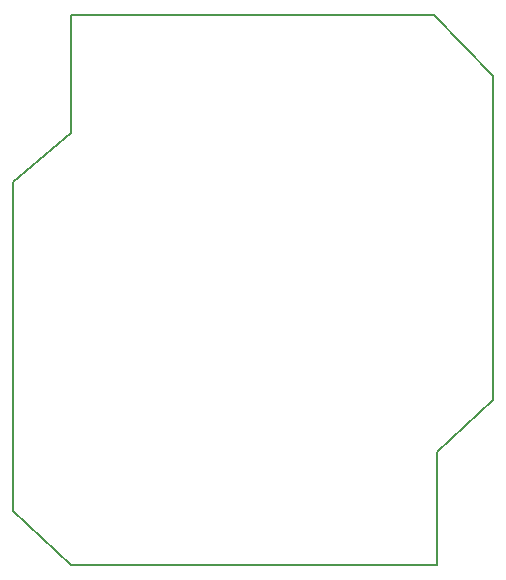
<source format=gbr>
G04 #@! TF.GenerationSoftware,KiCad,Pcbnew,5.1.4*
G04 #@! TF.CreationDate,2019-10-30T11:02:10-04:00*
G04 #@! TF.ProjectId,siot-node-relay,73696f74-2d6e-46f6-9465-2d72656c6179,rev?*
G04 #@! TF.SameCoordinates,Original*
G04 #@! TF.FileFunction,Profile,NP*
%FSLAX46Y46*%
G04 Gerber Fmt 4.6, Leading zero omitted, Abs format (unit mm)*
G04 Created by KiCad (PCBNEW 5.1.4) date 2019-10-30 11:02:10*
%MOMM*%
%LPD*%
G04 APERTURE LIST*
%ADD10C,0.200000*%
G04 APERTURE END LIST*
D10*
X195950000Y-109100000D02*
X200750000Y-104700000D01*
X195950000Y-118700000D02*
X195950000Y-109100000D01*
X160100000Y-114100000D02*
X164950000Y-118700000D01*
X164950000Y-82100000D02*
X160100000Y-86300000D01*
X164950000Y-72100000D02*
X164950000Y-82100000D01*
X195750000Y-72100000D02*
X200750000Y-77300000D01*
X195750000Y-72100000D02*
X164950000Y-72100000D01*
X160100000Y-86300000D02*
X160100000Y-114100000D01*
X164950000Y-118700000D02*
X195950000Y-118700000D01*
X200750000Y-104700000D02*
X200750000Y-77300000D01*
M02*

</source>
